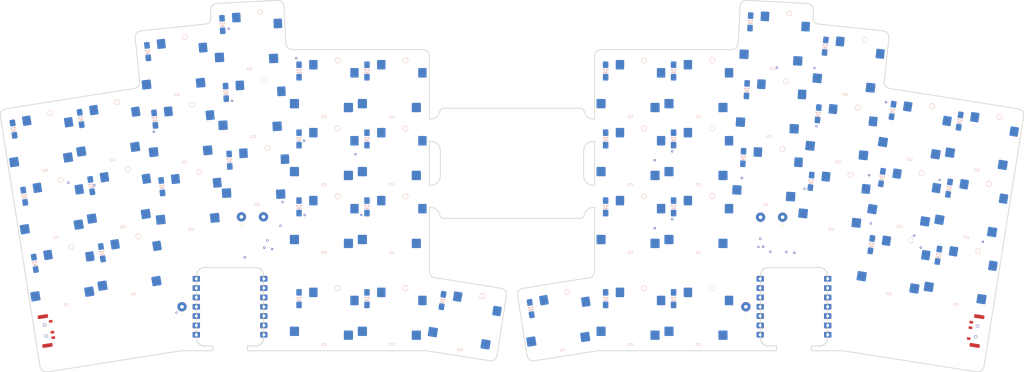
<source format=kicad_pcb>
(kicad_pcb (version 20241229) (generator "pcbnew") (generator_version "9.0")
  (layers (0 "F.Cu" signal) (2 "B.Cu" signal) (13 "F.Paste" user) (15 "B.Paste" user) (5 "F.SilkS" user "F.Silkscreen") (7 "B.SilkS" user "B.Silkscreen") (1 "F.Mask" user) (3 "B.Mask" user) (25 "Edge.Cuts" user))
  (net 0 "")
  (net 1 "Net-(L-D0-A)")
  (net 2 "L-ROW0")
  (net 3 "Net-(L-D1-A)")
  (net 4 "Net-(L-D2-A)")
  (net 5 "Net-(L-D3-A)")
  (net 6 "Net-(L-D4-A)")
  (net 7 "Net-(L-D5-A)")
  (net 8 "L-ROW1")
  (net 9 "Net-(L-D6-A)")
  (net 10 "Net-(L-D7-A)")
  (net 11 "Net-(L-D8-A)")
  (net 12 "Net-(L-D9-A)")
  (net 13 "Net-(L-D10-A)")
  (net 14 "Net-(L-D11-A)")
  (net 15 "Net-(L-D12-A)")
  (net 16 "L-ROW2")
  (net 17 "Net-(L-D13-A)")
  (net 18 "Net-(L-D14-A)")
  (net 19 "Net-(L-D15-A)")
  (net 20 "Net-(L-D16-A)")
  (net 21 "Net-(L-D17-A)")
  (net 22 "Net-(L-D18-A)")
  (net 23 "L-ROW3")
  (net 24 "Net-(L-D19-A)")
  (net 25 "Net-(L-D20-A)")
  (net 26 "L-COL0")
  (net 27 "L-COL5")
  (net 29 "L-COL1")
  (net 30 "L-BAT+")
  (net 31 "L-COL4")
  (net 33 "L-COL2")
  (net 34 "L-VBAT")
  (net 35 "L-COL3")
  (net 37 "L-GND")
  (net 39 "R-VBAT")
  (net 40 "R-BAT+")
  (net 41 "R-GND")
  (net 43 "Net-(R-D1-A)")
  (net 44 "R-COL1")
  (net 45 "R-COL2")
  (net 46 "Net-(R-D2-A)")
  (net 47 "Net-(R-D03-A)")
  (net 48 "R-COL3")
  (net 49 "Net-(R-D4-A)")
  (net 50 "R-COL4")
  (net 51 "R-COL5")
  (net 52 "Net-(R-D5-A)")
  (net 53 "Net-(R-D0-A)")
  (net 54 "R-ROW0")
  (net 55 "R-ROW1")
  (net 56 "Net-(R-D6-A)")
  (net 57 "Net-(R-D7-A)")
  (net 58 "Net-(R-D8-A)")
  (net 59 "Net-(R-D9-A)")
  (net 60 "Net-(R-D10-A)")
  (net 61 "Net-(R-D11-A)")
  (net 62 "Net-(R-D12-A)")
  (net 63 "R-ROW2")
  (net 64 "Net-(R-D13-A)")
  (net 65 "Net-(R-D14-A)")
  (net 66 "Net-(R-D15-A)")
  (net 67 "Net-(R-D16-A)")
  (net 68 "Net-(R-D17-A)")
  (net 69 "Net-(R-D18-A)")
  (net 70 "R-ROW3")
  (net 71 "Net-(R-D19-A)")
  (net 72 "Net-(R-D20-A)")
  (net 73 "R-COL0")
  (footprint "NII:keyswitch_choc12_gateron_low_profile_hotswap_1u_no_led" (layer "F.Cu") (at 295.4558 143.7625 -6)
    (property "Reference" "R-S14" (hide yes))
    (property "Value" "Keyswitch" (hide yes))
  )
  (footprint "NII:keyswitch_choc12_gateron_low_profile_hotswap_1u_no_led" (layer "F.Cu") (at 258.5 175)
    (property "Reference" "R-S18" (hide yes))
    (property "Value" "Keyswitch" (hide yes))
  )
  (footprint "NII:keyswitch_choc12_gateron_low_profile_hotswap_1u_no_led" (layer "F.Cu") (at 335.6677 127.6911 -9)
    (property "Reference" "R-S0" (hide yes))
    (property "Value" "Keyswitch" (hide yes))
  )
  (footprint "NII:keyswitch_choc12_gateron_low_profile_hotswap_1u_no_led" (layer "F.Cu") (at 240 150)
    (property "Reference" "R-S17" (hide yes))
    (property "Value" "Keyswitch" (hide yes))
  )
  (footprint "NII:keyswitch_choc12_gateron_low_profile_hotswap_1u_no_led" (layer "F.Cu") (at 258.5 113)
    (property "Reference" "R-S4" (hide yes))
    (property "Value" "Keyswitch" (hide yes))
  )
  (footprint "NII:keyswitch_choc12_gateron_low_profile_hotswap_1u_no_led" (layer "F.Cu") (at 119.5442 143.7625 6)
    (property "Reference" "L-S14" (hide yes))
    (property "Value" "Keyswitch" (hide yes))
  )
  (footprint "NII:keyswitch_choc12_gateron_low_profile_hotswap_1u_no_led" (layer "F.Cu") (at 311.6074 161.3415 -9)
    (property "Reference" "R-S13" (hide yes))
    (property "Value" "Keyswitch" (hide yes))
  )
  (footprint "NII:keyswitch_choc12_gateron_low_profile_hotswap_1u_no_led" (layer "F.Cu") (at 156.5 113)
    (property "Reference" "L-S4" (hide yes))
    (property "Value" "Keyswitch" (hide yes))
  )
  (footprint "NII:keyswitch_choc12_gateron_low_profile_hotswap_1u_no_led" (layer "F.Cu") (at 314.5014 143.0693 -9)
    (property "Reference" "R-S7" (hide yes))
    (property "Value" "Keyswitch" (hide yes))
  )
  (footprint "NII:keyswitch_choc12_gateron_low_profile_hotswap_1u_no_led" (layer "F.Cu") (at 279.1714 99.9815 -3)
    (property "Reference" "R-S3" (hide yes))
    (property "Value" "Keyswitch" (hide yes))
  )
  (footprint "NII:keyswitch_choc12_gateron_low_profile_hotswap_1u_no_led" (layer "F.Cu") (at 136.7968 118.4562 3)
    (property "Reference" "L-S9" (hide yes))
    (property "Value" "Keyswitch" (hide yes))
  )
  (footprint "NII:keyswitch_choc12_gateron_low_profile_hotswap_1u_no_led" (layer "F.Cu") (at 156.5 131.5)
    (property "Reference" "L-S10" (hide yes))
    (property "Value" "Keyswitch" (hide yes))
  )
  (footprint "NII:keyswitch_choc12_gateron_low_profile_hotswap_1u_no_led" (layer "F.Cu") (at 100.4986 143.0693 9)
    (property "Reference" "L-S7" (hide yes))
    (property "Value" "Keyswitch" (hide yes))
  )
  (footprint "NII:keyswitch_choc12_gateron_low_profile_hotswap_1u_no_led" (layer "F.Cu") (at 156.5 150)
    (property "Reference" "L-S16" (hide yes))
    (property "Value" "Keyswitch" (hide yes))
  )
  (footprint "NII:keyswitch_choc12_gateron_low_profile_hotswap_1u_no_led" (layer "F.Cu") (at 82.2263 145.9633 9)
    (property "Reference" "L-S6" (hide yes))
    (property "Value" "Keyswitch" (hide yes))
  )
  (footprint "NII:keyswitch_choc12_gateron_low_profile_hotswap_1u_no_led" (layer "F.Cu") (at 240 131.5)
    (property "Reference" "R-S11" (hide yes))
    (property "Value" "Keyswitch" (hide yes))
  )
  (footprint "NII:keyswitch_choc12_gateron_low_profile_hotswap_1u_no_led" (layer "F.Cu") (at 258.5 131.5)
    (property "Reference" "R-S10" (hide yes))
    (property "Value" "Keyswitch" (hide yes))
  )
  (footprint "NII:keyswitch_choc12_gateron_low_profile_hotswap_1u_no_led" (layer "F.Cu") (at 278.2032 118.4562 -3)
    (property "Reference" "R-S9" (hide yes))
    (property "Value" "Keyswitch" (hide yes))
  )
  (footprint "NII:keyswitch_choc12_gateron_low_profile_hotswap_1u_no_led" (layer "F.Cu") (at 240 175)
    (property "Reference" "R-S19" (hide yes))
    (property "Value" "Keyswitch" (hide yes))
  )
  (footprint "NII:BatteryPad" (layer "F.Cu") (at 271.189 173.0137)
    (property "Reference" "R-BAT+2" (hide yes))
    (property "Value" "+")
  )
  (footprint "NII:mousebites_0.6-0.4" (layer "F.Cu") (at 230 124.9394)
    (property "Reference" "mbites3" (hide yes))
    (property "Value" "mousebites 2mm" (hide yes))
  )
  (footprint "NII:keyswitch_choc12_gateron_low_profile_hotswap_1u_no_led" (layer "F.Cu") (at 85.1204 164.2355 9)
    (property "Reference" "L-S12" (hide yes))
    (property "Value" "Keyswitch" (hide yes))
  )
  (footprint "NII:keyswitch_choc12_gateron_low_profile_hotswap_1u_no_led" (layer "F.Cu") (at 97.6045 124.797 9)
    (property "Reference" "L-S1" (hide yes))
    (property "Value" "Keyswitch" (hide yes))
  )
  (footprint "NII:keyswitch_choc12_gateron_low_profile_hotswap_1u_no_led" (layer "F.Cu") (at 175 175)
    (property "Reference" "L-S19" (hide yes))
    (property "Value" "Keyswitch" (hide yes))
  )
  (footprint "NII:BatteryPad" (layer "F.Cu") (at 117.631 173.0137)
    (property "Reference" "L-BAT+2" (hide yes))
    (property "Value" "+")
  )
  (footprint "NII:keyswitch_choc12_gateron_low_profile_hotswap_1u_no_led" (layer "F.Cu") (at 258.5 150)
    (property "Reference" "R-S16" (hide yes))
    (property "Value" "Keyswitch" (hide yes))
  )
  (footprint "NII:keyswitch_choc12_gateron_low_profile_hotswap_1u_no_led" (layer "F.Cu") (at 137.765 136.9308 3)
    (property "Reference" "L-S15" (hide yes))
    (property "Value" "Keyswitch" (hide yes))
  )
  (footprint "NII:keyswitch_choc12_gateron_low_profile_hotswap_1u_no_led" (layer "F.Cu") (at 175 150)
    (property "Reference" "L-S17" (hide yes))
    (property "Value" "Keyswitch" (hide yes))
  )
  (footprint "NII:BatteryPad" (layer "F.Cu") (at 281.189 148.6208)
    (property "Reference" "R-BAT+1" (hide yes))
    (property "Value" "+")
  )
  (footprint "NII:keyswitch_choc12_gateron_low_profile_hotswap_1u_no_led" (layer "F.Cu") (at 220.1669 176.5609 9)
    (property "Reference" "R-S20" (hide yes))
    (property "Value" "Keyswitch" (hide yes))
  )
  (footprint "NII:keyswitch_choc12_gateron_low_profile_hotswap_1u_no_led" (layer "F.Cu") (at 329.8796 164.2355 -9)
    (property "Reference" "R-S12" (hide yes))
    (property "Value" "Keyswitch" (hide yes))
  )
  (footprint "NII:MSK12C02" (layer "F.Cu") (at 334.7962 183.6514 171)
    (property "Reference" "R-PSW1" (hide yes))
    (property "Value" "Power" (hide yes))
  )
  (footprint "NII:keyswitch_choc12_gateron_low_profile_hotswap_1u_no_led" (layer "F.Cu") (at 277.235 136.9308 -3)
    (property "Reference" "R-S15" (hide yes))
    (property "Value" "Keyswitch" (hide yes))
  )
  (footprint "NII:MSK12C02" (layer "F.Cu") (at 78.4735 175.9968 9)
    (property "Reference" "L-PSW1" (hide yes))
    (property "Value" "Power" (hide yes))
  )
  (footprint "NII:keyswitch_choc12_gateron_low_profile_hotswap_1u_no_led" (layer "F.Cu") (at 299.3233 106.9652 -6)
    (property "Reference" "R-S2" (hide yes))
    (property "Value" "Keyswitch" (hide yes))
  )
  (footprint "NII:keyswitch_choc12_gateron_low_profile_hotswap_1u_no_led" (layer "F.Cu") (at 317.3955 124.797 -9)
    (property "Reference" "R-S1" (hide yes))
    (property "Value" "Keyswitch" (hide yes))
  )
  (footprint "NII:keyswitch_choc12_gateron_low_profile_hotswap_1u_no_led" (layer "F.Cu") (at 79.3323 127.6911 9)
    (property "Reference" "L-S0" (hide yes))
    (property "Value" "Keyswitch" (hide yes))
  )
  (footprint "NII:keyswitch_choc12_gateron_low_profile_hotswap_1u_no_led" (layer "F.Cu") (at 240 113)
    (property "Reference" "R-S5" (hide yes))
    (property "Value" "Keyswitch" (hide yes))
  )
  (footprint "NII:keyswitch_choc12_gateron_low_profile_hotswap_1u_no_led" (layer "F.Cu") (at 117.6104 125.3639 6)
    (property "Reference" "L-S8" (hide yes))
    (property "Value" "Keyswitch" (hide yes))
  )
  (footprint "NII:keyswitch_choc12_gateron_low_profile_hotswap_1u_no_led" (layer "F.Cu") (at 115.6767 106.9652 6)
    (property "Reference" "L-S2" (hide yes))
    (property "Value" "Keyswitch" (hide yes))
  )
  (footprint "NII:mousebites_0.6-0.4" (layer "F.Cu") (at 230 142.9394)
    (property "Reference" "mbites4" (hide yes))
    (property "Value" "mousebites 2mm" (hide yes))
  )
  (footprint "NII:BatteryPad" (layer "F.Cu") (at 133.811 148.5298)
    (property "Reference" "L-BAT+1" (hide yes))
    (property "Value" "+")
  )
  (footprint "NII:keyswitch_choc12_gateron_low_profile_hotswap_1u_no_led" (layer "F.Cu") (at 332.7737 145.9633 -9)
    (property "Reference" "R-S6" (hide yes))
    (property "Value" "Keyswitch" (hide yes))
  )
  (footprint "NII:BatteryPad" (layer "F.Cu") (at 139.811 148.5298)
    (property "Reference" "L-GND1" (hide yes))
    (property "Value" "-")
  )
  (footprint "NII:keyswitch_choc12_gateron_low_profile_hotswap_1u_no_led" (layer "F.Cu") (at 297.3896 125.3639 -6)
    (property "Reference" "R-S8" (hide yes))
    (property "Value" "Keyswitch" (hide yes))
  )
  (footprint "NII:keyswitch_choc12_gateron_low_profile_hotswap_1u_no_led" (layer "F.Cu") (at 135.8286 99.9815 3)
    (property "Reference" "L-S3" (hide yes))
    (property "Value" "Keyswitch" (hide yes))
  )
  (footprint "NII:mousebites_0.6-0.4" (layer "F.Cu") (at 185 142.9394)
    (property "Reference" "mbites2" (hide yes))
    (property "Value" "mousebites 2mm" (hide yes))
  )
  (footprint "NII:BatteryPad" (layer "F.Cu") (at 275.189 148.6208)
    (property "Reference" "R-GND1" (hide yes))
    (property "Value" "-")
  )
  (footprint "NII:keyswitch_choc12_gateron_low_profile_hotswap_1u_no_led" (layer "F.Cu") (at 194.8331 176.5609 -9)
    (property "Reference" "L-S20" (hide yes))
    (property "Value" "Keyswitch" (hide yes))
  )
  (footprint "NII:mousebites_0.6-0.4" (layer "F.Cu") (at 185 124.9394)
    (property "Reference" "mbites1" (hide yes))
    (property "Value" "mousebites 2mm" (hide yes))
  )
  (footprint "NII:keyswitch_choc12_gateron_low_profile_hotswap_1u_no_led" (layer "F.Cu") (at 175 113)
    (property "Reference" "L-S5" (hide yes))
    (property "Value" "Keyswitch" (hide yes))
  )
  (footprint "NII:keyswitch_choc12_gateron_low_profile_hotswap_1u_no_led" (layer "F.Cu") (at 103.3926 161.3415 9)
    (property "Reference" "L-S13" (hide yes))
    (property "Value" "Keyswitch" (hide yes))
  )
  (footprint "NII:keyswitch_choc12_gateron_low_profile_hotswap_1u_no_led" (layer "F.Cu") (at 156.5 175)
    (property "Reference" "L-S18" (hide yes))
    (property "Value" "Keyswitch" (hide yes))
  )
  (footprint "NII:keyswitch_choc12_gateron_low_profile_hotswap_1u_no_led" (layer "F.Cu") (at 175 131.5)
    (property "Reference" "L-S11" (hide yes))
    (property "Value" "Keyswitch" (hide yes))
  )
  (footprint "NII:Diode_SOD123" (layer "B.Cu") (at 251.5 145.8 90)
    (property "Reference" "R-D16" (hide yes))
    (property "Value" "Diode" (hide yes))
  )
  (footprint "NII:Diode_SOD123" (layer "B.Cu") (at 168 127.3 90)
    (property "Reference" "L-D11" (hide yes))
    (property "Value" "Diode" (hide yes))
  )
  (footprint "NII:Diode_SOD123" (layer "B.Cu") (at 74.6555 142.9101 99)
    (property "Reference" "L-D6" (hide yes))
    (property "Value" "Diode" (hide yes))
  )
  (footprint "NII:Diode_SOD123" (layer "B.Cu") (at 305.3506 156.0982 81)
    (property "Reference" "R-D13" (hide yes))
    (property "Value" "Diode" (hide yes))
  )
  (footprint "NII:Diode_SOD123" (layer "B.Cu") (at 270.4644 132.3702 87)
    (property "Reference" "R-D15" (hide yes))
    (property "Value" "Diode" (hide yes))
  )
  (footprint "NII:Diode_SOD123" (layer "B.Cu") (at 110.2098 121.9186 96)
    (property "Reference" "L-D8" (hide yes))
    (property "Value" "Diode" (hide yes))
  )
  (footprint "NII:Diode_SOD123" (layer "B.Cu") (at 233 145.8 90)
    (property "Reference" "R-D17" (hide yes))
    (property "Value" "Diode" (hide yes))
  )
  (footprint "NII:Diode_SOD123" (layer "B.Cu") (at 92.9277 140.016 99)
    (property "Reference" "L-D7" (hide yes))
    (property "Value" "Diode" (hide yes))
  )
  (footprint "NII:Diode_SOD123" (layer "B.Cu") (at 311.1387 119.5537 81)
    (property "Reference" "R-D1" (hide yes))
    (property "Value" "Diode" (hide yes))
  )
  (footprint "NII:Diode_SOD123" (layer "B.Cu") (at 168 170.8 90)
    (property "Reference" "L-D19" (hide yes))
    (property "Value" "Diode" (hide yes))
  )
  (footprint "NII:Diode_SOD123" (layer "B.Cu") (at 149.5 108.8 90)
    (property "Reference" "L-D4" (hide yes))
    (property "Value" "Diode" (hide yes))
  )
  (footprint "NII:Diode_SOD123" (layer "B.Cu") (at 90.0337 121.7438 99)
    (property "Reference" "L-D1" (hide yes))
    (property "Value" "Diode" (hide yes))
  )
  (footprint "NII:Diode_SOD123" (layer "B.Cu") (at 212.596 173.5077 99)
    (property "Reference" "R-D20" (hide yes))
    (property "Value" "Diode" (hide yes))
  )
  (footprint "NII:Diode_SOD123" (layer "B.Cu") (at 271.4326 113.8956 87)
    (property "Reference" "R-D9" (hide yes))
    (property "Value" "Diode" (hide yes))
  )
  (footprint "NII:Diode_SOD123" (layer "B.Cu") (at 288.9332 138.8538 84)
    (property "Reference" "R-D14" (hide yes))
    (property "Value" "Diode" (hide yes))
  )
  (footprint "NII:Diode_SOD123" (layer "B.Cu") (at 272.4009 95.4209 87)
    (property "Reference" "R-D03" (hide yes))
    (property "Value" "Diode" (hide yes))
  )
  (footprint "NII:XIAO-nRF52840-cutout" (layer "B.Cu") (at 130.721 173.0137)
    (property "Reference" "U1" (hide yes))
    (property "Value" "XIAO-nRF52840-SMD" (hide yes))
  )
  (footprint "NII:Diode_SOD123" (layer "B.Cu") (at 233 170.8 90)
    (property "Reference" "R-D19" (hide yes))
    (property "Value" "Diode" (hide yes))
  )
  (footprint "NII:Diode_SOD123" (layer "B.Cu") (at 251.5 170.8 90)
    (property "Reference" "R-D18" (hide yes))
    (property "Value" "Diode" (hide yes))
  )
  (footprint "NII:Diode_SOD123" (layer "B.Cu") (at 129.5866 114.6283 93)
    (property "Reference" "L-D9" (hide yes))
    (property "Value" "Diode" (hide yes))
  )
  (footprint "NII:Diode_SOD123" (layer "B.Cu") (at 128.6183 96.1536 93)
    (property "Reference" "L-D3" (hide yes))
    (property "Value" "Diode" (hide yes))
  )
  (footprint "NII:Diode_SOD123" (layer "B.Cu") (at 77.5495 161.1823 99)
    (property "Reference" "L-D12" (hide yes))
    (property "Value" "Diode" (hide yes))
  )
  (footprint "NII:Diode_SOD123" (layer "B.Cu") (at 188.5763 171.3176 81)
    (property "Reference" "L-D20" (hide yes))
    (property "Value" "Diode" (hide yes))
  )
  (footprint "NII:Diode_SOD123" (layer "B.Cu") (at 233 108.8 90)
    (property "Reference" "R-D5" (hide yes))
    (property "Value" "Diode" (hide yes))
  )
  (footprint "NII:Diode_SOD123" (layer "B.Cu") (at 168 145.8 90)
    (property "Reference" "L-D17" (hide yes))
    (property "Value" "Diode" (hide yes))
  )
  (footprint "NII:Diode_SOD123" (layer "B.Cu") (at 112.1435 140.3172 96)
    (property "Reference" "L-D14" (hide yes))
    (property "Value" "Diode" (hide yes))
  )
  (footprint "NII:Diode_SOD123" (layer "B.Cu") (at 233 127.3 90)
    (property "Reference" "R-D11" (hide yes))
    (property "Value" "Diode" (hide yes))
  )
  (footprint "NII:Diode_SOD123" (layer "B.Cu") (at 130.5548 133.1029 93)
    (property "Reference" "L-D15" (hide yes))
    (property "Value" "Diode" (hide yes))
  )
  (footprint "NII:Diode_SOD123" (layer "B.Cu") (at 292.8007 102.0565 84)
    (property "Reference" "R-D2" (hide yes))
    (property "Value" "Diode" (hide yes))
  )
  (footprint "NII:Diode_SOD123" (layer "B.Cu") (at 290.8669 120.4552 84)
    (property "Reference" "R-D8" (hide yes))
    (property "Value" "Diode" (hide yes))
  )
  (footprint "NII:Diode_SOD123" (layer "B.Cu") (at 108.276 103.5199 96)
    (property "Reference" "L-D2" (hide yes))
    (property "Value" "Diode" (hide yes))
  )
  (footprint "NII:Diode_SOD123" (layer "B.Cu") (at 251.5 108.8 90)
    (property "Reference" "R-D4" (hide yes))
    (property "Value" "Diode" (hide yes))
  )
  (footprint "NII:Diode_SOD123" (layer "B.Cu") (at 308.2446 137.8259 81)
    (property "Reference" "R-D7" (hide yes))
    (property "Value" "Diode" (hide yes))
  )
  (footprint "NII:Diode_SOD123" (layer "B.Cu") (at 149.5 145.8 90)
    (property "Reference" "L-D16" (hide yes))
    (property "Value" "Diode" (hide yes))
  )
  (footprint "NII:Diode_SOD123" (layer "B.Cu") (at 95.8218 158.2882 99)
    (property "Reference" "L-D13" (hide yes))
    (property "Value" "Diode" (hide yes))
  )
  (footprint "NII:Diode_SOD123" (layer "B.Cu") (at 323.6228 158.9922 81)
    (property "Reference" "R-D12" (hide yes))
    (property "Value" "Diode" (hide yes))
  )
  (footprint "NII:Diode_SOD123" (layer "B.Cu") (at 149.5 170.8 90)
    (property "Reference" "L-D18" (hide yes))
    (property "Value" "Diode" (hide yes))
  )
  (footprint "NII:Diode_SOD123" (layer "B.Cu") (at 251.5 127.3 90)
    (property "Reference" "R-D10" (hide yes))
    (property "Value" "Diode" (hide yes))
  )
  (footprint "NII:XIAO-nRF52840-cutout" (layer "B.Cu") (at 284.279 173.0137)
    (property "Reference" "U2" (hide yes))
    (property "Value" "XIAO-nRF52840-SMD" (hide yes))
  )
  (footprint "NII:Diode_SOD123" (layer "B.Cu") (at 71.7614 124.6378 99)
    (property "Reference" "L-D0" (hide yes))
    (property "Value" "Diode" (hide yes))
  )
  (footprint "NII:Diode_SOD123" (layer "B.Cu") (at 149.5 127.3 90)
    (property "Reference" "L-D10" (hide yes))
    (property "Value" "Diode" (hide yes))
  )
  (footprint "NII:Diode_SOD123" (layer "B.Cu") (at 329.4109 122.4477 81)
    (property "Reference" "R-D0" (hide yes))
    (property "Value" "Diode" (hide yes))
  )
  (footprint "NII:Diode_SOD123" (layer "B.Cu") (at 326.5169 140.72 81)
    (property "Reference" "R-D6" (hide yes))
    (property "Value" "Diode" (hide yes))
  )
  (footprint "NII:Diode_SOD123" (layer "B.Cu") (at 168 108.8 90)
    (property "Reference" "L-D5" (hide yes))
    (property "Value" "Diode" (hide yes))
  )
  (gr_curve (pts (xy 147.898396 103) (xy 146.63311 103) (xy 145.967357 102.368224) (xy 145.901137 101.104672)) (stroke (width 0.2)) (layer "Edge.Cuts"))
  (gr_line (start 121.678323 182.031464) (end 121.653207 181.886347) (stroke (width 0.2)) (layer "Edge.Cuts"))
  (gr_line (start 276.558115 162.468284) (end 276.702144 162.420274) (stroke (width 0.2)) (layer "Edge.Cuts"))
  (gr_line (start 292.751713 162.95357) (end 292.855729 163.063208) (stroke (width 0.2)) (layer "Edge.Cuts"))
  (gr_line (start 135.421838 185) (end 184.03357 185) (stroke (width 0.2)) (layer "Edge.Cuts"))
  (gr_line (start 291.56415 183.668991) (end 291.416174 183.685743) (stroke (width 0.2)) (layer "Edge.Cuts"))
  (gr_line (start 122.051468 163.181321) (end 122.144271 163.063208) (stroke (width 0.2)) (layer "Edge.Cuts"))
  (gr_line (start 139.297644 163.063208) (end 139.390447 163.181321) (stroke (width 0.2)) (layer "Edge.Cuts"))
  (gr_line (start 292.948532 182.846159) (end 292.855729 182.964272) (stroke (width 0.2)) (layer "Edge.Cuts"))
  (gr_curve (pts (xy 188.872983 118.939417) (xy 188.356586 118.939417) (xy 188.033837 119.189417) (xy 187.904738 119.689417)) (stroke (width 0.2)) (layer "Edge.Cuts"))
  (gr_line (start 139.810958 164.437538) (end 139.810958 181.589942) (stroke (width 0.2)) (layer "Edge.Cuts"))
  (gr_line (start 123.144059 162.420274) (end 123.290734 162.383606) (stroke (width 0.2)) (layer "Edge.Cuts"))
  (gr_line (start 121.678323 163.996016) (end 121.714992 163.849341) (stroke (width 0.2)) (layer "Edge.Cuts"))
  (gr_line (start 288.979922 183.69124) (end 288.979922 185) (stroke (width 0.2)) (layer "Edge.Cuts"))
  (gr_line (start 293.369042 181.589942) (end 293.363545 181.738372) (stroke (width 0.2)) (layer "Edge.Cuts"))
  (gr_line (start 122.248287 183.07391) (end 122.144271 182.964272) (stroke (width 0.2)) (layer "Edge.Cuts"))
  (gr_line (start 81.213761 190.709858) (end 117.10892 185.024623) (stroke (width 0.2)) (layer "Edge.Cuts"))
  (gr_line (start 292.14084 183.50003) (end 291.99997 183.559196) (stroke (width 0.2)) (layer "Edge.Cuts"))
  (gr_curve (pts (xy 271.705771 89.576544) (xy 270.374265 89.506762) (xy 269.673621 90.137625) (xy 269.60384 91.469131)) (stroke (width 0.2)) (layer "Edge.Cuts"))
  (gr_line (start 275.321086 163.705313) (end 275.380252 163.564442) (stroke (width 0.2)) (layer "Edge.Cuts"))
  (gr_curve (pts (xy 310.587467 113.594096) (xy 309.337759 113.396161) (xy 308.779034 112.668017) (xy 308.911292 111.409662)) (stroke (width 0.2)) (layer "Edge.Cuts"))
  (gr_line (start 275.189042 164.437538) (end 275.19454 164.289108) (stroke (width 0.2)) (layer "Edge.Cuts"))
  (gr_curve (pts (xy 187.904738 119.689417) (xy 187.517439 121.189417) (xy 186.549193 121.939417) (xy 185 121.939417)) (stroke (width 0.2)) (layer "Edge.Cuts"))
  (gr_line (start 228.312869 165.14605) (end 210.701013 167.935494) (stroke (width 0.2)) (layer "Edge.Cuts"))
  (gr_line (start 276.15694 162.670221) (end 276.286002 162.594467) (stroke (width 0.2)) (layer "Edge.Cuts"))
  (gr_line (start 139.476977 163.304138) (end 139.552731 163.4332) (stroke (width 0.2)) (layer "Edge.Cuts"))
  (gr_line (start 139.297644 182.964272) (end 139.193628 183.07391) (stroke (width 0.2)) (layer "Edge.Cuts"))
  (gr_line (start 292.642074 162.849554) (end 292.751713 162.95357) (stroke (width 0.2)) (layer "Edge.Cuts"))
  (gr_line (start 139.788708 181.886347) (end 139.763592 182.031464) (stroke (width 0.2)) (layer "Edge.Cuts"))
  (gr_line (start 121.889185 182.59428) (end 121.822167 182.463038) (stroke (width 0.2)) (layer "Edge.Cuts"))
  (gr_curve (pts (xy 269.098863 101.104672) (xy 269.032643 102.368224) (xy 268.36689 103) (xy 267.101604 103)) (stroke (width 0.2)) (layer "Edge.Cuts"))
  (gr_curve (pts (xy 69.866434 119.06566) (xy 68.549517 119.274239) (xy 67.995347 120.036988) (xy 68.203927 121.353906)) (stroke (width 0.2)) (layer "Edge.Cuts"))
  (gr_line (start 121.653207 181.886347) (end 121.636455 181.738372) (stroke (width 0.2)) (layer "Edge.Cuts"))
  (gr_line (start 139.763592 163.996016) (end 139.788708 164.141133) (stroke (width 0.2)) (layer "Edge.Cuts"))
  (gr_line (start 122.248287 162.95357) (end 122.357926 162.849554) (stroke (width 0.2)) (layer "Edge.Cuts"))
  (gr_line (start 293.035062 163.304138) (end 293.110815 163.4332) (stroke (width 0.2)) (layer "Edge.Cuts"))
  (gr_line (start 276.848819 183.643874) (end 276.702144 183.607206) (stroke (width 0.2)) (layer "Edge.Cuts"))
  (gr_line (start 276.848819 162.383606) (end 276.993935 162.358489) (stroke (width 0.2)) (layer "Edge.Cuts"))
  (gr_line (start 138.965877 162.756751) (end 139.083989 162.849554) (stroke (width 0.2)) (layer "Edge.Cuts"))
  (gr_line (start 143.294229 89.576544) (end 127.316156 90.413919) (stroke (width 0.2)) (layer "Edge.Cuts"))
  (gr_line (start 123.00003 183.559196) (end 122.85916 183.50003) (stroke (width 0.2)) (layer "Edge.Cuts"))
  (gr_curve (pts (xy 186.687131 165.14605) (xy 185.562377 164.967906) (xy 185 164.309448) (xy 185 163.170673)) (stroke (width 0.2)) (layer "Edge.Cuts"))
  (gr_line (start 276.15694 183.357259) (end 276.034123 183.270729) (stroke (width 0.2)) (layer "Edge.Cuts"))
  (gr_line (start 230 145.939417) (end 230 163.170673) (stroke (width 0.2)) (layer "Edge.Cuts"))
  (gr_line (start 275.523023 182.723342) (end 275.447269 182.59428) (stroke (width 0.2)) (layer "Edge.Cuts"))
  (gr_line (start 121.822167 182.463038) (end 121.763002 182.322167) (stroke (width 0.2)) (layer "Edge.Cuts"))
  (gr_line (start 291.267745 162.33624) (end 291.416174 162.341737) (stroke (width 0.2)) (layer "Edge.Cuts"))
  (gr_line (start 293.321677 182.031464) (end 293.285008 182.178139) (stroke (width 0.2)) (layer "Edge.Cuts"))
  (gr_curve (pts (xy 297.578212 185) (xy 297.683147 185) (xy 297.787437 185.008208) (xy 297.89108 185.024623)) (stroke (width 0.2)) (layer "Edge.Cuts"))
  (gr_line (start 293.110815 182.59428) (end 293.035062 182.723342) (stroke (width 0.2)) (layer "Edge.Cuts"))
  (gr_line (start 277.29034 183.69124) (end 277.141911 183.685743) (stroke (width 0.2)) (layer "Edge.Cuts"))
  (gr_line (start 138.297856 162.420274) (end 138.441885 162.468284) (stroke (width 0.2)) (layer "Edge.Cuts"))
  (gr_line (start 230 105) (end 230 121.939417) (stroke (width 0.2)) (layer "Edge.Cuts"))
  (gr_line (start 123.583826 162.341737) (end 123.732255 162.33624) (stroke (width 0.2)) (layer "Edge.Cuts"))
  (gr_line (start 121.636455 181.738372) (end 121.630958 181.589942) (stroke (width 0.2)) (layer "Edge.Cuts"))
  (gr_curve (pts (xy 226.127017 148.939417) (xy 226.643414 148.939417) (xy 226.966163 148.689417) (xy 227.095262 148.189417)) (stroke (width 0.2)) (layer "Edge.Cuts"))
  (gr_line (start 293.363545 181.738372) (end 293.346793 181.886347) (stroke (width 0.2)) (layer "Edge.Cuts"))
  (gr_line (start 145.901137 101.104672) (end 145.39616 91.469131) (stroke (width 0.2)) (layer "Edge.Cuts"))
  (gr_line (start 123.43585 183.668991) (end 123.290734 183.643874) (stroke (width 0.2)) (layer "Edge.Cuts"))
  (gr_line (start 139.476977 182.723342) (end 139.390447 182.846159) (stroke (width 0.2)) (layer "Edge.Cuts"))
  (gr_curve (pts (xy 333.786239 190.709858) (xy 335.103157 190.918437) (xy 335.865906 190.364268) (xy 336.074485 189.04735)) (stroke (width 0.2)) (layer "Edge.Cuts"))
  (gr_line (start 121.653207 164.141133) (end 121.678323 163.996016) (stroke (width 0.2)) (layer "Edge.Cuts"))
  (gr_line (start 138.006065 183.668991) (end 137.858089 183.685743) (stroke (width 0.2)) (layer "Edge.Cuts"))
  (gr_line (start 275.806372 183.07391) (end 275.702356 182.964272) (stroke (width 0.2)) (layer "Edge.Cuts"))
  (gr_line (start 292.642074 183.177926) (end 292.523961 183.270729) (stroke (width 0.2)) (layer "Edge.Cuts"))
  (gr_line (start 121.763002 163.705313) (end 121.822167 163.564442) (stroke (width 0.2)) (layer "Edge.Cuts"))
  (gr_line (start 138.713998 183.433013) (end 138.582756 183.50003) (stroke (width 0.2)) (layer "Edge.Cuts"))
  (gr_line (start 126.020078 183.69124) (end 123.732255 183.69124) (stroke (width 0.2)) (layer "Edge.Cuts"))
  (gr_line (start 275.609553 182.846159) (end 275.523023 182.723342) (stroke (width 0.2)) (layer "Edge.Cuts"))
  (gr_line (start 292.272083 162.594467) (end 292.401144 162.670221) (stroke (width 0.2)) (layer "Edge.Cuts"))
  (gr_line (start 276.286002 183.433013) (end 276.15694 183.357259) (stroke (width 0.2)) (layer "Edge.Cuts"))
  (gr_line (start 139.726923 163.849341) (end 139.763592 163.996016) (stroke (width 0.2)) (layer "Edge.Cuts"))
  (gr_line (start 117.421788 185) (end 126.020078 185) (stroke (width 0.2)) (layer "Edge.Cuts"))
  (gr_line (start 275.702356 182.964272) (end 275.609553 182.846159) (stroke (width 0.2)) (layer "Edge.Cuts"))
  (gr_line (start 203.458544 186.026753) (end 205.961495 170.22374) (stroke (width 0.2)) (layer "Edge.Cuts"))
  (gr_line (start 291.855941 162.420274) (end 291.99997 162.468284) (stroke (width 0.2)) (layer "Edge.Cuts"))
  (gr_line (start 139.678914 163.705313) (end 139.726923 163.849341) (stroke (width 0.2)) (layer "Edge.Cuts"))
  (gr_line (start 227 136.939417) (end 227 130.939417) (stroke (width 0.2)) (layer "Edge.Cuts"))
  (gr_line (start 122.598856 183.357259) (end 122.476039 183.270729) (stroke (width 0.2)) (layer "Edge.Cuts"))
  (gr_line (start 123.144059 183.607206) (end 123.00003 183.559196) (stroke (width 0.2)) (layer "Edge.Cuts"))
  (gr_line (start 139.80546 181.738372) (end 139.788708 181.886347) (stroke (width 0.2)) (layer "Edge.Cuts"))
  (gr_line (start 292.523961 162.756751) (end 292.642074 162.849554) (stroke (width 0.2)) (layer "Edge.Cuts"))
  (gr_curve (pts (xy 230 163.170673) (xy 230 164.309448) (xy 229.437623 164.967906) (xy 228.312869 165.14605)) (stroke (width 0.2)) (layer "Edge.Cuts"))
  (gr_line (start 293.110815 163.4332) (end 293.177833 163.564442) (stroke (width 0.2)) (layer "Edge.Cuts"))
  (gr_line (start 123.43585 162.358489) (end 123.583826 162.341737) (stroke (width 0.2)) (layer "Edge.Cuts"))
  (gr_line (start 213.829702 187.689261) (end 230.653561 185.024623) (stroke (width 0.2)) (layer "Edge.Cuts"))
  (gr_curve (pts (xy 230.653561 185.024623) (xy 230.757204 185.008208) (xy 230.861494 185) (xy 230.96643 185)) (stroke (width 0.2)) (layer "Edge.Cuts"))
  (gr_line (start 276.993935 162.358489) (end 277.141911 162.341737) (stroke (width 0.2)) (layer "Edge.Cuts"))
  (gr_line (start 139.390447 182.846159) (end 139.297644 182.964272) (stroke (width 0.2)) (layer "Edge.Cuts"))
  (gr_line (start 104.412533 113.594096) (end 69.866434 119.06566) (stroke (width 0.2)) (layer "Edge.Cuts"))
  (gr_line (start 276.034123 162.756751) (end 276.15694 162.670221) (stroke (width 0.2)) (layer "Edge.Cuts"))
  (gr_line (start 139.083989 162.849554) (end 139.193628 162.95357) (stroke (width 0.2)) (layer "Edge.Cuts"))
  (gr_line (start 123.583826 183.685743) (end 123.43585 183.668991) (stroke (width 0.2)) (layer "Edge.Cuts"))
  (gr_line (start 292.751713 183.07391) (end 292.642074 183.177926) (stroke (width 0.2)) (layer "Edge.Cuts"))
  (gr_line (start 137.858089 183.685743) (end 137.70966 183.69124) (stroke (width 0.2)) (layer "Edge.Cuts"))
  (gr_curve (pts (xy 125.499878 93.971916) (xy 125.566098 95.235468) (xy 124.970031 95.933373) (xy 123.711676 96.065632)) (stroke (width 0.2)) (layer "Edge.Cuts"))
  (gr_line (start 138.84306 183.357259) (end 138.713998 183.433013) (stroke (width 0.2)) (layer "Edge.Cuts"))
  (gr_line (start 139.726923 182.178139) (end 139.678914 182.322167) (stroke (width 0.2)) (layer "Edge.Cuts"))
  (gr_curve (pts (xy 211.541456 186.026753) (xy 211.750036 187.343671) (xy 212.512784 187.89784) (xy 213.829702 187.689261)) (stroke (width 0.2)) (layer "Edge.Cuts"))
  (gr_line (start 276.993935 183.668991) (end 276.848819 183.643874) (stroke (width 0.2)) (layer "Edge.Cuts"))
  (gr_curve (pts (xy 227.095262 119.689417) (xy 226.966163 119.189417) (xy 226.643414 118.939417) (xy 226.127017 118.939417)) (stroke (width 0.2)) (layer "Edge.Cuts"))
  (gr_line (start 226.127017 118.939417) (end 188.872983 118.939417) (stroke (width 0.2)) (layer "Edge.Cuts"))
  (gr_line (start 185 163.170673) (end 185 145.939417) (stroke (width 0.2)) (layer "Edge.Cuts"))
  (gr_line (start 139.083989 183.177926) (end 138.965877 183.270729) (stroke (width 0.2)) (layer "Edge.Cuts"))
  (gr_line (start 185 121.939417) (end 185 105) (stroke (width 0.2)) (layer "Edge.Cuts"))
  (gr_line (start 293.346793 181.886347) (end 293.321677 182.031464) (stroke (width 0.2)) (layer "Edge.Cuts"))
  (gr_line (start 292.401144 183.357259) (end 292.272083 183.433013) (stroke (width 0.2)) (layer "Edge.Cuts"))
  (gr_line (start 122.051468 182.846159) (end 121.964938 182.723342) (stroke (width 0.2)) (layer "Edge.Cuts"))
  (gr_line (start 230 127.939417) (end 230 139.939417) (stroke (width 0.2)) (layer "Edge.Cuts"))
  (gr_line (start 68.203927 121.353906) (end 78.925515 189.04735) (stroke (width 0.2)) (layer "Edge.Cuts"))
  (gr_line (start 139.810958 181.589942) (end 139.80546 181.738372) (stroke (width 0.2)) (layer "Edge.Cuts"))
  (gr_curve (pts (xy 185 127.939417) (xy 187 127.939417) (xy 188 128.939417) (xy 188 130.939417)) (stroke (width 0.2)) (layer "Edge.Cuts"))
  (gr_line (start 135.421838 183.69124) (end 135.421838 185) (stroke (width 0.2)) (layer "Edge.Cuts"))
  (gr_curve (pts (xy 227.095262 148.189417) (xy 227.482561 146.689417) (xy 228.450807 145.939417) (xy 230 145.939417)) (stroke (width 0.2)) (layer "Edge.Cuts"))
  (gr_line (start 275.380252 182.463038) (end 275.321086 182.322167) (stroke (width 0.2)) (layer "Edge.Cuts"))
  (gr_line (start 121.630958 181.589942) (end 121.630958 164.437538) (stroke (width 0.2)) (layer "Edge.Cuts"))
  (gr_line (start 289.500122 93.971916) (end 289.576431 92.51585) (stroke (width 0.2)) (layer "Edge.Cuts"))
  (gr_line (start 275.19454 181.738372) (end 275.189042 181.589942) (stroke (width 0.2)) (layer "Edge.Cuts"))
  (gr_line (start 275.273077 182.178139) (end 275.236408 182.031464) (stroke (width 0.2)) (layer "Edge.Cuts"))
  (gr_line (start 292.855729 163.063208) (end 292.948532 163.181321) (stroke (width 0.2)) (layer "Edge.Cuts"))
  (gr_line (start 139.552731 182.59428) (end 139.476977 182.723342) (stroke (width 0.2)) (layer "Edge.Cuts"))
  (gr_line (start 293.363545 164.289108) (end 293.369042 164.437538) (stroke (width 0.2)) (layer "Edge.Cuts"))
  (gr_line (start 345.133566 119.06566) (end 310.587467 113.594096) (stroke (width 0.2)) (layer "Edge.Cuts"))
  (gr_line (start 293.285008 182.178139) (end 293.236998 182.322167) (stroke (width 0.2)) (layer "Edge.Cuts"))
  (gr_line (start 183 103) (end 147.898396 103) (stroke (width 0.2)) (layer "Edge.Cuts"))
  (gr_line (start 275.806372 162.95357) (end 275.916011 162.849554) (stroke (width 0.2)) (layer "Edge.Cuts"))
  (gr_line (start 123.732255 162.33624) (end 137.70966 162.33624) (stroke (width 0.2)) (layer "Edge.Cuts"))
  (gr_line (start 275.211292 181.886347) (end 275.19454 181.738372) (stroke (width 0.2)) (layer "Edge.Cuts"))
  (gr_line (start 138.582756 162.52745) (end 138.713998 162.594467) (stroke (width 0.2)) (layer "Edge.Cuts"))
  (gr_line (start 139.619748 163.564442) (end 139.678914 163.705313) (stroke (width 0.2)) (layer "Edge.Cuts"))
  (gr_line (start 275.609553 163.181321) (end 275.702356 163.063208) (stroke (width 0.2)) (layer "Edge.Cuts"))
  (gr_curve (pts (xy 346.796073 121.353906) (xy 347.004653 120.036988) (xy 346.450483 119.274239) (xy 345.133566 119.06566)) (stroke (width 0.2)) (layer "Edge.Cuts"))
  (gr_line (start 125.423569 92.51585) (end 125.499878 93.971916) (stroke (width 0.2)) (layer "Edge.Cuts"))
  (gr_line (start 292.272083 183.433013) (end 292.14084 183.50003) (stroke (width 0.2)) (layer "Edge.Cuts"))
  (gr_curve (pts (xy 210.701013 167.935494) (xy 209.384095 168.144073) (xy 208.829926 168.906822) (xy 209.038505 170.22374)) (stroke (width 0.2)) (layer "Edge.Cuts"))
  (gr_line (start 138.582756 183.50003) (end 138.441885 183.559196) (stroke (width 0.2)) (layer "Edge.Cuts"))
  (gr_curve (pts (xy 117.10892 185.024623) (xy 117.212563 185.008208) (xy 117.316853 185) (xy 117.421788 185)) (stroke (width 0.2)) (layer "Edge.Cuts"))
  (gr_line (start 275.273077 163.849341) (end 275.321086 163.705313) (stroke (width 0.2)) (layer "Edge.Cuts"))
  (gr_line (start 308.324798 97.856237) (end 291.288324 96.065632) (stroke (width 0.2)) (layer "Edge.Cuts"))
  (gr_line (start 139.390447 163.181321) (end 139.476977 163.304138) (stroke (width 0.2)) (layer "Edge.Cuts"))
  (gr_curve (pts (xy 106.088708 111.409662) (xy 106.220966 112.668017) (xy 105.662241 113.396161) (xy 104.412533 113.594096)) (stroke (width 0.2)) (layer "Edge.Cuts"))
  (gr_line (start 139.619748 182.463038) (end 139.552731 182.59428) (stroke (width 0.2)) (layer "Edge.Cuts"))
  (gr_line (start 269.60384 91.469131) (end 269.098863 101.104672) (stroke (width 0.2)) (layer "Edge.Cuts"))
  (gr_line (start 123.711676 96.065632) (end 106.675202 97.856237) (stroke (width 0.2)) (layer "Edge.Cuts"))
  (gr_line (start 209.038505 170.22374) (end 211.541456 186.026753) (stroke (width 0.2)) (layer "Edge.Cuts"))
  (gr_line (start 121.636455 164.289108) (end 121.653207 164.141133) (stroke (width 0.2)) (layer "Edge.Cuts"))
  (gr_line (start 121.889185 163.4332) (end 121.964938 163.304138) (stroke (width 0.2)) (layer "Edge.Cuts"))
  (gr_line (start 121.630958 164.437538) (end 121.636455 164.289108) (stroke (width 0.2)) (layer "Edge.Cuts"))
  (gr_line (start 277.29034 162.33624) (end 291.267745 162.33624) (stroke (width 0.2)) (layer "Edge.Cuts"))
  (gr_line (start 188.872983 148.939417) (end 226.127017 148.939417) (stroke (width 0.2)) (layer "Edge.Cuts"))
  (gr_line (start 275.447269 182.59428) (end 275.380252 182.463038) (stroke (width 0.2)) (layer "Edge.Cuts"))
  (gr_line (start 137.70966 183.69124) (end 135.421838 183.69124) (stroke (width 0.2)) (layer "Edge.Cuts"))
  (gr_curve (pts (xy 289.576431 92.51585) (xy 289.646212 91.184344) (xy 289.01535 90.4837) (xy 287.683844 90.413919)) (stroke (width 0.2)) (layer "Edge.Cuts"))
  (gr_line (start 122.144271 163.063208) (end 122.248287 162.95357) (stroke (width 0.2)) (layer "Edge.Cuts"))
  (gr_line (start 275.236408 182.031464) (end 275.211292 181.886347) (stroke (width 0.2)) (layer "Edge.Cuts"))
  (gr_line (start 292.855729 182.964272) (end 292.751713 183.07391) (stroke (width 0.2)) (layer "Edge.Cuts"))
  (gr_curve (pts (xy 106.675202 97.856237) (xy 105.349173 97.995608) (xy 104.755844 98.728309) (xy 104.895215 100.054338)) (stroke (width 0.2)) (layer "Edge.Cuts"))
  (gr_line (start 267.101604 103) (end 232 103) (stroke (width 0.2)) (layer "Edge.Cuts"))
  (gr_line (start 288.979922 185) (end 297.578212 185) (stroke (width 0.2)) (layer "Edge.Cuts"))
  (gr_curve (pts (xy 78.925515 189.04735) (xy 79.134094 190.364268) (xy 79.896843 190.918437) (xy 81.213761 190.709858)) (stroke (width 0.2)) (layer "Edge.Cuts"))
  (gr_line (start 139.80546 164.289108) (end 139.810958 164.437538) (stroke (width 0.2)) (layer "Edge.Cuts"))
  (gr_line (start 122.85916 183.50003) (end 122.727917 183.433013) (stroke (width 0.2)) (layer "Edge.Cuts"))
  (gr_line (start 336.074485 189.04735) (end 346.796073 121.353906) (stroke (width 0.2)) (layer "Edge.Cuts"))
  (gr_curve (pts (xy 291.288324 96.065632) (xy 290.029969 95.933373) (xy 289.433902 95.235468) (xy 289.500122 93.971916)) (stroke (width 0.2)) (layer "Edge.Cuts"))
  (gr_line (start 188 130.939417) (end 188 136.939417) (stroke (width 0.2)) (layer "Edge.Cuts"))
  (gr_curve (pts (xy 230 121.939417) (xy 228.450807 121.939417) (xy 227.482561 121.189417) (xy 227.095262 119.689417)) (stroke (width 0.2)) (layer "Edge.Cuts"))
  (gr_curve (pts (xy 145.39616 91.469131) (xy 145.326379 90.137625) (xy 144.625735 89.506762) (xy 143.294229 89.576544)) (stroke (width 0.2)) (layer "Edge.Cuts"))
  (gr_curve (pts (xy 201.170298 187.689261) (xy 202.487216 187.89784) (xy 203.249964 187.343671) (xy 203.458544 186.026753)) (stroke (width 0.2)) (layer "Edge.Cuts"))
  (gr_line (start 293.369042 164.437538) (end 293.369042 181.589942) (stroke (width 0.2)) (layer "Edge.Cuts"))
  (gr_line (start 139.788708 164.141133) (end 139.80546 164.289108) (stroke (width 0.2)) (layer "Edge.Cuts"))
  (gr_line (start 137.70966 162.33624) (end 137.858089 162.341737) (stroke (width 0.2)) (layer "Edge.Cuts"))
  (gr_line (start 137.858089 162.341737) (end 138.006065 162.358489) (stroke (width 0.2)) (layer "Edge.Cuts"))
  (gr_curve (pts (xy 205.961495 170.22374) (xy 206.170074 168.906822) (xy 205.615905 168.144073) (xy 204.298987 167.935494)) (stroke (width 0.2)) (layer "Edge.Cuts"))
  (gr_line (start 291.416174 183.685743) (end 291.267745 183.69124) (stroke (width 0.2)) (layer "Edge.Cuts"))
  (gr_line (start 291.709266 183.643874) (end 291.56415 183.668991) (stroke (width 0.2)) (layer "Edge.Cuts"))
  (gr_line (start 138.297856 183.607206) (end 138.151181 183.643874) (stroke (width 0.2)) (layer "Edge.Cuts"))
  (gr_line (start 308.911292 111.409662) (end 310.104785 100.054338) (stroke (width 0.2)) (layer "Edge.Cuts"))
  (gr_line (start 293.346793 164.141133) (end 293.363545 164.289108) (stroke (width 0.2)) (layer "Edge.Cuts"))
  (gr_line (start 123.290734 183.643874) (end 123.144059 183.607206) (stroke (width 0.2)) (layer "Edge.Cuts"))
  (gr_line (start 287.683844 90.413919) (end 271.705771 89.576544) (stroke (width 0.2)) (layer "Edge.Cuts"))
  (gr_line (start 293.236998 163.705313) (end 293.285008 163.849341) (stroke (width 0.2)) (layer "Edge.Cuts"))
  (gr_line (start 276.558115 183.559196) (end 276.417244 183.50003) (stroke (width 0.2)) (layer "Edge.Cuts"))
  (gr_line (start 139.193628 162.95357) (end 139.297644 163.063208) (stroke (width 0.2)) (layer "Edge.Cuts"))
  (gr_line (start 121.714992 163.849341) (end 121.763002 163.705313) (stroke (width 0.2)) (layer "Edge.Cuts"))
  (gr_line (start 139.678914 182.322167) (end 139.619748 182.463038) (stroke (width 0.2)) (layer "Edge.Cuts"))
  (gr_line (start 293.236998 182.322167) (end 293.177833 182.463038) (stroke (width 0.2)) (layer "Edge.Cuts"))
  (gr_line (start 139.552731 163.4332) (end 139.619748 163.564442) (stroke (width 0.2)) (layer "Edge.Cuts"))
  (gr_curve (pts (xy 310.104785 100.054338) (xy 310.244156 98.728309) (xy 309.650827 97.995608) (xy 308.324798 97.856237)) (stroke (width 0.2)) (layer "Edge.Cuts"))
  (gr_line (start 292.948532 163.181321) (end 293.035062 163.304138) (stroke (width 0.2)) (layer "Edge.Cuts"))
  (gr_line (start 185 139.939417) (end 185 127.939417) (stroke (width 0.2)) (layer "Edge.Cuts"))
  (gr_line (start 230.96643 185) (end 279.578162 185) (stroke (width 0.2)) (layer "Edge.Cuts"))
  (gr_line (start 275.916011 162.849554) (end 276.034123 162.756751) (stroke (width 0.2)) (layer "Edge.Cuts"))
  (gr_curve (pts (xy 188 136.939417) (xy 188 138.939417) (xy 187 139.939417) (xy 185 139.939417)) (stroke (width 0.2)) (layer "Edge.Cuts"))
  (gr_line (start 123.290734 162.383606) (end 123.43585 162.358489) (stroke (width 0.2)) (layer "Edge.Cuts"))
  (gr_line (start 139.193628 183.07391) (end 139.083989 183.177926) (stroke (width 0.2)) (layer "Edge.Cuts"))
  (gr_line (start 104.895215 100.054338) (end 106.088708 111.409662) (stroke (width 0.2)) (layer "Edge.Cuts"))
  (gr_line (start 291.99997 183.559196) (end 291.855941 183.607206) (stroke (width 0.2)) (layer "Edge.Cuts"))
  (gr_line (start 275.211292 164.141133) (end 275.236408 163.996016) (stroke (width 0.2)) (layer "Edge.Cuts"))
  (gr_line (start 293.177833 163.564442) (end 293.236998 163.705313) (stroke (width 0.2)) (layer "Edge.Cuts"))
  (gr_line (start 138.965877 183.270729) (end 138.84306 183.357259) (stroke (width 0.2)) (layer "Edge.Cuts"))
  (gr_line (start 122.727917 162.594467) (end 122.85916 162.52745) (stroke (width 0.2)) (layer "Edge.Cuts"))
  (gr_line (start 297.89108 185.024623) (end 333.786239 190.709858) (stroke (width 0.2)) (layer "Edge.Cuts"))
  (gr_line (start 275.380252 163.564442) (end 275.447269 163.4332) (stroke (width 0.2)) (layer "Edge.Cuts"))
  (gr_line (start 276.286002 162.594467) (end 276.417244 162.52745) (stroke (width 0.2)) (layer "Edge.Cuts"))
  (gr_line (start 276.034123 183.270729) (end 275.916011 183.177926) (stroke (width 0.2)) (layer "Edge.Cuts"))
  (gr_line (start 121.763002 182.322167) (end 121.714992 182.178139) (stroke (width 0.2)) (layer "Edge.Cuts"))
  (gr_line (start 277.141911 183.685743) (end 276.993935 183.668991) (stroke (width 0.2)) (layer "Edge.Cuts"))
  (gr_curve (pts (xy 127.316156 90.413919) (xy 125.98465 90.4837) (xy 125.353788 91.184344) (xy 125.423569 92.51585)) (stroke (width 0.2)) (layer "Edge.Cuts"))
  (gr_line (start 138.151181 183.643874) (end 138.006065 183.668991) (stroke (width 0.2)) (layer "Edge.Cuts"))
  (gr_line (start 293.177833 182.463038) (end 293.110815 182.59428) (stroke (width 0.2)) (layer "Edge.Cuts"))
  (gr_line (start 121.964938 163.304138) (end 122.051468 163.181321) (stroke (width 0.2)) (layer "Edge.Cuts"))
  (gr_line (start 123.732255 183.69124) (end 123.583826 183.685743) (stroke (width 0.2)) (layer "Edge.Cuts"))
  (gr_line (start 122.476039 183.270729) (end 122.357926 183.177926) (stroke (width 0.2)) (layer "Edge.Cuts"))
  (gr_line (start 122.144271 182.964272) (end 122.051468 182.846159) (stroke (width 0.2)) (layer "Edge.Cuts"))
  (gr_line (start 121.822167 163.564442) (end 121.889185 163.4332) (stroke (width 0.2)) (layer "Edge.Cuts"))
  (gr_line (start 291.855941 183.607206) (end 291.709266 183.643874) (stroke (width 0.2)) (layer "Edge.Cuts"))
  (gr_line (start 138.006065 162.358489) (end 138.151181 162.383606) (stroke (width 0.2)) (layer "Edge.Cuts"))
  (gr_line (start 276.702144 183.607206) (end 276.558115 183.559196) (stroke (width 0.2)) (layer "Edge.Cuts"))
  (gr_line (start 291.416174 162.341737) (end 291.56415 162.358489) (stroke (width 0.2)) (layer "Edge.Cuts"))
  (gr_line (start 276.702144 162.420274) (end 276.848819 162.383606) (stroke (width 0.2)) (layer "Edge.Cuts"))
  (gr_line (start 277.141911 162.341737) (end 277.29034 162.33624) (stroke (width 0.2)) (layer "Edge.Cuts"))
  (gr_line (start 275.702356 163.063208) (end 275.806372 162.95357) (stroke (width 0.2)) (layer "Edge.Cuts"))
  (gr_curve (pts (xy 230 139.939417) (xy 228 139.939417) (xy 227 138.939417) (xy 227 136.939417)) (stroke (width 0.2)) (layer "Edge.Cuts"))
  (gr_line (start 138.84306 162.670221) (end 138.965877 162.756751) (stroke (width 0.2)) (layer "Edge.Cuts"))
  (gr_line (start 138.151181 162.383606) (end 138.297856 162.420274) (stroke (width 0.2)) (layer "Edge.Cuts"))
  (gr_line (start 293.321677 163.996016) (end 293.346793 164.141133) (stroke (width 0.2)) (layer "Edge.Cuts"))
  (gr_curve (pts (xy 185 145.939417) (xy 186.549193 145.939417) (xy 187.517439 146.689417) (xy 187.904738 148.189417)) (stroke (width 0.2)) (layer "Edge.Cuts"))
  (gr_line (start 122.357926 183.177926) (end 122.248287 183.07391) (stroke (width 0.2)) (layer "Edge.Cuts"))
  (gr_line (start 293.035062 182.723342) (end 292.948532 182.846159) (stroke (width 0.2)) (layer "Edge.Cuts"))
  (gr_line (start 279.578162 185) (end 279.578162 183.69124) (stroke (width 0.2)) (layer "Edge.Cuts"))
  (gr_curve (pts (xy 187.904738 148.189417) (xy 188.033837 148.689417) (xy 188.356586 148.939417) (xy 188.872983 148.939417)) (stroke (width 0.2)) (layer "Edge.Cuts"))
  (gr_line (start 122.357926 162.849554) (end 122.476039 162.756751) (stroke (width 0.2)) (layer "Edge.Cuts"))
  (gr_line (start 276.417244 183.50003) (end 276.286002 183.433013) (stroke (width 0.2)) (layer "Edge.Cuts"))
  (gr_curve (pts (xy 185 105) (xy 185 103.666667) (xy 184.333333 103) (xy 183 103)) (stroke (width 0.2)) (layer "Edge.Cuts"))
  (gr_line (start 121.714992 182.178139) (end 121.678323 182.031464) (stroke (width 0.2)) (layer "Edge.Cuts"))
  (gr_line (start 292.14084 162.52745) (end 292.272083 162.594467) (stroke (width 0.2)) (layer "Edge.Cuts"))
  (gr_line (start 292.401144 162.670221) (end 292.523961 162.756751) (stroke (width 0.2)) (layer "Edge.Cuts"))
  (gr_line (start 275.189042 181.589942) (end 275.189042 164.437538) (stroke (width 0.2)) (layer "Edge.Cuts"))
  (gr_line (start 291.709266 162.383606) (end 291.855941 162.420274) (stroke (width 0.2)) (layer "Edge.Cuts"))
  (gr_curve (pts (xy 232 103) (xy 230.666667 103) (xy 230 103.666667) (xy 230 105)) (stroke (width 0.2)) (layer "Edge.Cuts"))
  (gr_line (start 275.321086 182.322167) (end 275.273077 182.178139) (stroke (width 0.2)) (layer "Edge.Cuts"))
  (gr_line (start 293.285008 163.849341) (end 293.321677 163.996016) (stroke (width 0.2)) (layer "Edge.Cuts"))
  (gr_curve (pts (xy 227 130.939417) (xy 227 128.939417) (xy 228 127.939417) (xy 230 127.939417)) (stroke (width 0.2)) (layer "Edge.Cuts"))
  (gr_line (start 138.441885 183.559196) (end 138.297856 183.607206) (stroke (width 0.2)) (layer "Edge.Cuts"))
  (gr_line (start 292.523961 183.270729) (end 292.401144 183.357259) (stroke (width 0.2)) (layer "Edge.Cuts"))
  (gr_line (start 126.020078 185) (end 126.020078 183.69124) (stroke (width 0.2)) (layer "Edge.Cuts"))
  (gr_line (start 275.447269 163.4332) (end 275.523023 163.304138) (stroke (width 0.2)) (layer "Edge.Cuts"))
  (gr_line (start 138.441885 162.468284) (end 138.582756 162.52745) (stroke (width 0.2)) (layer "Edge.Cuts"))
  (gr_line (start 121.964938 182.723342) (end 121.889185 182.59428) (stroke (width 0.2)) (layer "Edge.Cuts"))
  (gr_curve (pts (xy 184.03357 185) (xy 184.138506 185) (xy 184.242796 185.008208) (xy 184.346439 185.024623)) (stroke (width 0.2)) (layer "Edge.Cuts"))
  (gr_line (start 138.713998 162.594467) (end 138.84306 162.670221) (stroke (width 0.2)) (layer "Edge.Cuts"))
  (gr_line (start 184.346439 185.024623) (end 201.170298 187.689261) (stroke (width 0.2)) (layer "Edge.Cuts"))
  (gr_line (start 139.763592 182.031464) (end 139.726923 182.178139) (stroke (width 0.2)) (layer "Edge.Cuts"))
  (gr_line (start 122.476039 162.756751) (end 122.598856 162.670221) (stroke (width 0.2)) (layer "Edge.Cuts"))
  (gr_line (start 204.298987 167.935494) (end 186.687131 165.14605) (stroke (width 0.2)) (layer "Edge.Cuts"))
  (gr_line (start 275.916011 183.177926) (end 275.806372 183.07391) (stroke (width 0.2)) (layer "Edge.Cuts"))
  (gr_line (start 291.267745 183.69124) (end 288.979922 183.69124) (stroke (width 0.2)) (layer "Edge.Cuts"))
  (gr_line (start 276.417244 162.52745) (end 276.558115 162.468284) (stroke (width 0.2)) (layer "Edge.Cuts"))
  (gr_line (start 122.727917 183.433013) (end 122.598856 183.357259) (stroke (width 0.2)) (layer "Edge.Cuts"))
  (gr_line (start 122.85916 162.52745) (end 123.00003 162.468284) (stroke (width 0.2)) (layer "Edge.Cuts"))
  (gr_line (start 123.00003 162.468284) (end 123.144059 162.420274) (stroke (width 0.2)) (layer "Edge.Cuts"))
  (gr_line (start 291.99997 162.468284) (end 292.14084 162.52745) (stroke (width 0.2)) (layer "Edge.Cuts"))
  (gr_line (start 122.598856 162.670221) (end 122.727917 162.594467) (stroke (width 0.2)) (layer "Edge.Cuts"))
  (gr_line (start 275.523023 163.304138) (end 275.609553 163.181321) (stroke (width 0.2)) (layer "Edge.Cuts"))
  (gr_line (start 279.578162 183.69124) (end 277.29034 183.69124) (stroke (width 0.2)) (layer "Edge.Cuts"))
  (gr_line (start 275.19454 164.289108) (end 275.211292 164.141133) (stroke (width 0.2)) (layer "Edge.Cuts"))
  (gr_line (start 275.236408 163.996016) (end 275.273077 163.849341) (stroke (width 0.2)) (layer "Edge.Cuts"))
  (gr_line (start 291.56415 162.358489) (end 291.709266 162.383606) (stroke (width 0.2)) (layer "Edge.Cuts"))
  (via (at 148.7512 105.3313) (size 0.6) (drill 0.3) (layers "F.Cu" "B.Cu") (net 2))
  (via (at 130.3467 97.2986) (size 0.6) (drill 0.3) (layers "F.Cu" "B.Cu") (net 2))
  (via (at 131.2596 116.9423) (size 0.6) (drill 0.3) (layers "F.Cu" "B.Cu") (net 8))
  (via (at 109.9411 125.373) (size 0.6) (drill 0.3) (layers "F.Cu" "B.Cu") (net 8))
  (via (at 93.7515 139.9381) (size 0.6) (drill 0.3) (layers "F.Cu" "B.Cu") (net 8))
  (via (at 150.883 127.7893) (size 0.6) (drill 0.3) (layers "F.Cu" "B.Cu") (net 8))
  (via (at 164.8505 131.454) (size 0.6) (drill 0.3) (layers "F.Cu" "B.Cu") (net 8))
  (via (at 86.6929 139.2262) (size 0.6) (drill 0.3) (layers "F.Cu" "B.Cu") (net 8))
  (via (at 166.4504 147.9906) (size 0.6) (drill 0.3) (layers "F.Cu" "B.Cu") (net 16))
  (via (at 151.0412 148.025) (size 0.6) (drill 0.3) (layers "F.Cu" "B.Cu") (net 16))
  (via (at 144.4385 150.9543) (size 0.6) (drill 0.3) (layers "F.Cu" "B.Cu") (net 16))
  (via (at 116.1497 174.5992) (size 0.6) (drill 0.3) (layers "F.Cu" "B.Cu") (net 23))
  (via (at 140.8886 154.9461) (size 0.6) (drill 0.3) (layers "F.Cu" "B.Cu") (net 26))
  (via (at 140.0365 156.9281) (size 0.6) (drill 0.3) (layers "F.Cu" "B.Cu") (net 29))
  (via (at 145.0258 144.4916) (size 0.6) (drill 0.3) (layers "F.Cu" "B.Cu") (net 31))
  (via (at 142.1606 157.2916) (size 0.6) (drill 0.3) (layers "F.Cu" "B.Cu") (net 33))
  (via (at 134.7203 159.5355) (size 0.6) (drill 0.3) (layers "F.Cu" "B.Cu") (net 35))
  (via (at 282.2066 158.0722) (size 0.6) (drill 0.3) (layers "F.Cu" "B.Cu") (net 41))
  (via (at 318.8391 156.9303) (size 0.6) (drill 0.3) (layers "F.Cu" "B.Cu") (net 44))
  (via (at 317.0234 153.6401) (size 0.6) (drill 0.3) (layers "F.Cu" "B.Cu") (net 44))
  (via (at 284.3613 158.3405) (size 0.6) (drill 0.3) (layers "F.Cu" "B.Cu") (net 48))
  (via (at 277.8489 158.0104) (size 0.6) (drill 0.3) (layers "F.Cu" "B.Cu") (net 50))
  (via (at 274.6054 156.7269) (size 0.6) (drill 0.3) (layers "F.Cu" "B.Cu") (net 51))
  (via (at 279.6395 107.8917) (size 0.6) (drill 0.3) (layers "F.Cu" "B.Cu") (net 54))
  (via (at 289.8768 107.9797) (size 0.6) (drill 0.3) (layers "F.Cu" "B.Cu") (net 54))
  (via (at 309.3394 117.3091) (size 0.6) (drill 0.3) (layers "F.Cu" "B.Cu") (net 54))
  (via (at 275.1075 154.4911) (size 0.6) (drill 0.3) (layers "F.Cu" "B.Cu") (net 54))
  (via (at 323.9527 138.467) (size 0.6) (drill 0.3) (layers "F.Cu" "B.Cu") (net 55))
  (via (at 251.125 130.6912) (size 0.6) (drill 0.3) (layers "F.Cu" "B.Cu") (net 55))
  (via (at 304.7338 137.1572) (size 0.6) (drill 0.3) (layers "F.Cu" "B.Cu") (net 55))
  (via (at 290.4065 123.8265) (size 0.6) (drill 0.3) (layers "F.Cu" "B.Cu") (net 55))
  (via (at 246.3813 133.0942) (size 0.6) (drill 0.3) (layers "F.Cu" "B.Cu") (net 55))
  (via (at 251.1251 149.1912) (size 0.6) (drill 0.3) (layers "F.Cu" "B.Cu") (net 63))
  (via (at 287.1679 140.9055) (size 0.6) (drill 0.3) (layers "F.Cu" "B.Cu") (net 63))
  (via (at 305.2472 150.3185) (size 0.6) (drill 0.3) (layers "F.Cu" "B.Cu") (net 63))
  (via (at 270.1021 137.9439) (size 0.6) (drill 0.3) (layers "F.Cu" "B.Cu") (net 63))
  (via (at 246.3815 151.594) (size 0.6) (drill 0.3) (layers "F.Cu" "B.Cu") (net 63))
  (via (at 275.8973 156.6833) (size 0.6) (drill 0.3) (layers "F.Cu" "B.Cu") (net 70))
  (via (at 335.7358 155.3323) (size 0.6) (drill 0.3) (layers "F.Cu" "B.Cu") (net 73))
)
</source>
